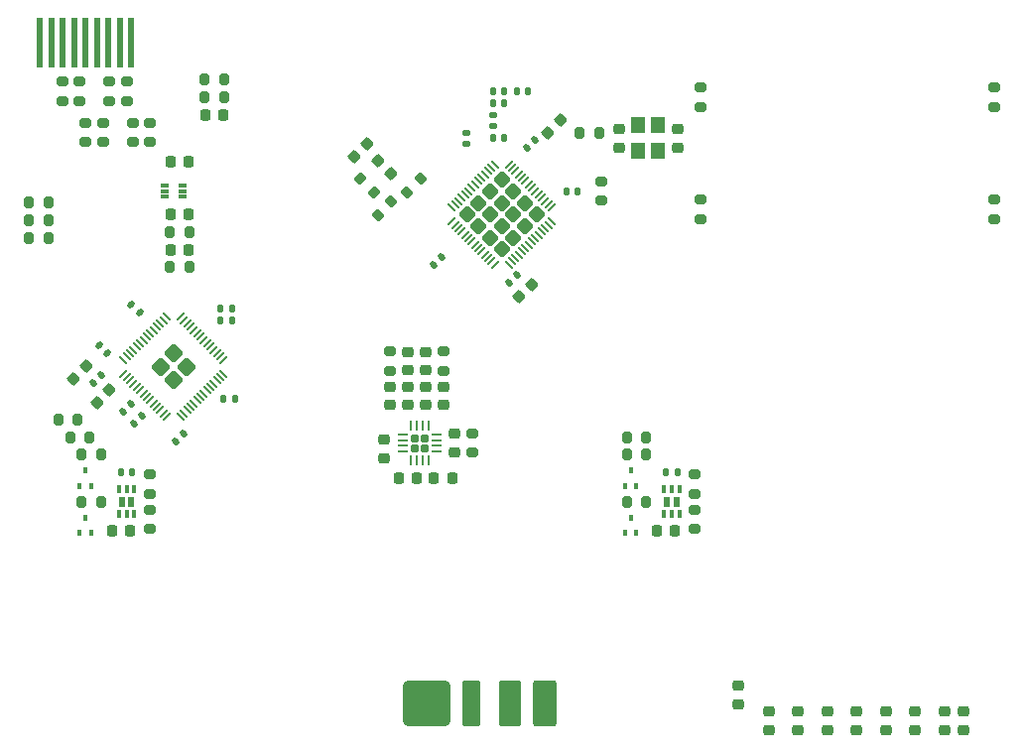
<source format=gtp>
%TF.GenerationSoftware,KiCad,Pcbnew,8.0.2*%
%TF.CreationDate,2024-05-28T21:16:17+01:00*%
%TF.ProjectId,RMC,524d432e-6b69-4636-9164-5f7063625858,rev?*%
%TF.SameCoordinates,Original*%
%TF.FileFunction,Paste,Top*%
%TF.FilePolarity,Positive*%
%FSLAX46Y46*%
G04 Gerber Fmt 4.6, Leading zero omitted, Abs format (unit mm)*
G04 Created by KiCad (PCBNEW 8.0.2) date 2024-05-28 21:16:17*
%MOMM*%
%LPD*%
G01*
G04 APERTURE LIST*
G04 Aperture macros list*
%AMRoundRect*
0 Rectangle with rounded corners*
0 $1 Rounding radius*
0 $2 $3 $4 $5 $6 $7 $8 $9 X,Y pos of 4 corners*
0 Add a 4 corners polygon primitive as box body*
4,1,4,$2,$3,$4,$5,$6,$7,$8,$9,$2,$3,0*
0 Add four circle primitives for the rounded corners*
1,1,$1+$1,$2,$3*
1,1,$1+$1,$4,$5*
1,1,$1+$1,$6,$7*
1,1,$1+$1,$8,$9*
0 Add four rect primitives between the rounded corners*
20,1,$1+$1,$2,$3,$4,$5,0*
20,1,$1+$1,$4,$5,$6,$7,0*
20,1,$1+$1,$6,$7,$8,$9,0*
20,1,$1+$1,$8,$9,$2,$3,0*%
G04 Aperture macros list end*
%ADD10RoundRect,0.225000X-0.250000X0.225000X-0.250000X-0.225000X0.250000X-0.225000X0.250000X0.225000X0*%
%ADD11RoundRect,0.200000X0.275000X-0.200000X0.275000X0.200000X-0.275000X0.200000X-0.275000X-0.200000X0*%
%ADD12R,0.630000X0.820000*%
%ADD13R,0.350000X0.650000*%
%ADD14RoundRect,0.140000X0.021213X-0.219203X0.219203X-0.021213X-0.021213X0.219203X-0.219203X0.021213X0*%
%ADD15RoundRect,0.200000X-0.275000X0.200000X-0.275000X-0.200000X0.275000X-0.200000X0.275000X0.200000X0*%
%ADD16RoundRect,0.225000X-0.017678X0.335876X-0.335876X0.017678X0.017678X-0.335876X0.335876X-0.017678X0*%
%ADD17RoundRect,0.225000X0.250000X-0.225000X0.250000X0.225000X-0.250000X0.225000X-0.250000X-0.225000X0*%
%ADD18RoundRect,0.225000X0.225000X0.250000X-0.225000X0.250000X-0.225000X-0.250000X0.225000X-0.250000X0*%
%ADD19RoundRect,0.200000X0.200000X0.275000X-0.200000X0.275000X-0.200000X-0.275000X0.200000X-0.275000X0*%
%ADD20RoundRect,0.140000X-0.140000X-0.170000X0.140000X-0.170000X0.140000X0.170000X-0.140000X0.170000X0*%
%ADD21RoundRect,0.100000X-0.100000X0.155000X-0.100000X-0.155000X0.100000X-0.155000X0.100000X0.155000X0*%
%ADD22RoundRect,0.200000X-0.200000X-0.275000X0.200000X-0.275000X0.200000X0.275000X-0.200000X0.275000X0*%
%ADD23RoundRect,0.225000X-0.335876X-0.017678X-0.017678X-0.335876X0.335876X0.017678X0.017678X0.335876X0*%
%ADD24RoundRect,0.140000X-0.021213X0.219203X-0.219203X0.021213X0.021213X-0.219203X0.219203X-0.021213X0*%
%ADD25RoundRect,0.200000X-0.053033X0.335876X-0.335876X0.053033X0.053033X-0.335876X0.335876X-0.053033X0*%
%ADD26RoundRect,0.249999X0.558616X0.000000X0.000000X0.558616X-0.558616X0.000000X0.000000X-0.558616X0*%
%ADD27RoundRect,0.050000X0.309359X-0.238649X-0.238649X0.309359X-0.309359X0.238649X0.238649X-0.309359X0*%
%ADD28RoundRect,0.050000X0.309359X0.238649X0.238649X0.309359X-0.309359X-0.238649X-0.238649X-0.309359X0*%
%ADD29RoundRect,0.140000X0.140000X0.170000X-0.140000X0.170000X-0.140000X-0.170000X0.140000X-0.170000X0*%
%ADD30RoundRect,0.140000X0.219203X0.021213X0.021213X0.219203X-0.219203X-0.021213X-0.021213X-0.219203X0*%
%ADD31RoundRect,0.172500X-0.172500X0.172500X-0.172500X-0.172500X0.172500X-0.172500X0.172500X0.172500X0*%
%ADD32RoundRect,0.062500X-0.062500X0.350000X-0.062500X-0.350000X0.062500X-0.350000X0.062500X0.350000X0*%
%ADD33RoundRect,0.062500X-0.350000X0.062500X-0.350000X-0.062500X0.350000X-0.062500X0.350000X0.062500X0*%
%ADD34RoundRect,0.200000X0.335876X0.053033X0.053033X0.335876X-0.335876X-0.053033X-0.053033X-0.335876X0*%
%ADD35RoundRect,0.140000X-0.170000X0.140000X-0.170000X-0.140000X0.170000X-0.140000X0.170000X0.140000X0*%
%ADD36RoundRect,0.225000X-0.225000X-0.250000X0.225000X-0.250000X0.225000X0.250000X-0.225000X0.250000X0*%
%ADD37RoundRect,0.085000X0.265000X0.085000X-0.265000X0.085000X-0.265000X-0.085000X0.265000X-0.085000X0*%
%ADD38RoundRect,0.250000X-0.445477X0.000000X0.000000X-0.445477X0.445477X0.000000X0.000000X0.445477X0*%
%ADD39RoundRect,0.050000X-0.309359X0.238649X0.238649X-0.309359X0.309359X-0.238649X-0.238649X0.309359X0*%
%ADD40RoundRect,0.050000X-0.309359X-0.238649X-0.238649X-0.309359X0.309359X0.238649X0.238649X0.309359X0*%
%ADD41R,1.200000X1.400000*%
%ADD42RoundRect,0.147500X-0.172500X0.147500X-0.172500X-0.147500X0.172500X-0.147500X0.172500X0.147500X0*%
%ADD43RoundRect,0.225000X0.017678X-0.335876X0.335876X-0.017678X-0.017678X0.335876X-0.335876X0.017678X0*%
%ADD44RoundRect,0.147500X0.147500X0.172500X-0.147500X0.172500X-0.147500X-0.172500X0.147500X-0.172500X0*%
%ADD45R,0.530000X4.300000*%
%ADD46RoundRect,0.160000X-0.640000X-1.790000X0.640000X-1.790000X0.640000X1.790000X-0.640000X1.790000X0*%
%ADD47RoundRect,0.190000X-0.760000X-1.760000X0.760000X-1.760000X0.760000X1.760000X-0.760000X1.760000X0*%
%ADD48RoundRect,0.200000X-0.800000X-1.750000X0.800000X-1.750000X0.800000X1.750000X-0.800000X1.750000X0*%
%ADD49RoundRect,0.390000X-1.610000X-1.560000X1.610000X-1.560000X1.610000X1.560000X-1.610000X1.560000X0*%
G04 APERTURE END LIST*
D10*
%TO.C,J8*%
X164275000Y-161475000D03*
X164275000Y-159925000D03*
X166725000Y-161475000D03*
X166725000Y-159925000D03*
X169275000Y-161475000D03*
X169275000Y-159925000D03*
X171725000Y-161475000D03*
X171725000Y-159925000D03*
X174275000Y-161475000D03*
X174275000Y-159925000D03*
X176725000Y-161475000D03*
X176725000Y-159925000D03*
X179275000Y-161475000D03*
X179275000Y-159925000D03*
X180875000Y-161475000D03*
X180875000Y-159925000D03*
X161725000Y-159275000D03*
X161725000Y-157725000D03*
%TD*%
D11*
%TO.C,R14*%
X109500000Y-107825000D03*
X109500000Y-106175000D03*
%TD*%
%TO.C,R18*%
X107500000Y-111325000D03*
X107500000Y-109675000D03*
%TD*%
D12*
%TO.C,U4*%
X109100000Y-142000000D03*
X109900000Y-142000000D03*
D13*
X108850000Y-143050000D03*
X109500000Y-143050000D03*
X110150000Y-143050000D03*
X110150000Y-140950000D03*
X109500000Y-140950000D03*
X108850000Y-140950000D03*
%TD*%
D11*
%TO.C,R23*%
X104000000Y-107825000D03*
X104000000Y-106175000D03*
%TD*%
%TO.C,R28*%
X111500000Y-144325000D03*
X111500000Y-142675000D03*
%TD*%
D14*
%TO.C,C21*%
X135660589Y-121839411D03*
X136339411Y-121160589D03*
%TD*%
D15*
%TO.C,R20*%
X183550000Y-116250000D03*
X183550000Y-117900000D03*
%TD*%
D10*
%TO.C,C38*%
X135000000Y-132225000D03*
X135000000Y-133775000D03*
%TD*%
D16*
%TO.C,C27*%
X130048008Y-111451992D03*
X128951992Y-112548008D03*
%TD*%
D17*
%TO.C,C48*%
X169275000Y-161475000D03*
X169275000Y-159925000D03*
%TD*%
D11*
%TO.C,R11*%
X158450000Y-108325000D03*
X158450000Y-106675000D03*
%TD*%
D17*
%TO.C,C50*%
X174275000Y-161475000D03*
X174275000Y-159925000D03*
%TD*%
D18*
%TO.C,C4*%
X114775000Y-117500000D03*
X113225000Y-117500000D03*
%TD*%
D17*
%TO.C,C53*%
X180875000Y-161475000D03*
X180875000Y-159925000D03*
%TD*%
D19*
%TO.C,R2*%
X117825000Y-106000000D03*
X116175000Y-106000000D03*
%TD*%
D20*
%TO.C,C25*%
X140770000Y-108000000D03*
X141730000Y-108000000D03*
%TD*%
D21*
%TO.C,Q2*%
X152000000Y-140645000D03*
X153000000Y-140645000D03*
X152500000Y-139355000D03*
%TD*%
%TO.C,Q1*%
X105500000Y-140645000D03*
X106500000Y-140645000D03*
X106000000Y-139355000D03*
%TD*%
D18*
%TO.C,C2*%
X114775000Y-113000000D03*
X113225000Y-113000000D03*
%TD*%
D10*
%TO.C,C39*%
X133500000Y-132225000D03*
X133500000Y-133775000D03*
%TD*%
D22*
%TO.C,R21*%
X152175000Y-136500000D03*
X153825000Y-136500000D03*
%TD*%
D23*
%TO.C,C20*%
X130951992Y-112951992D03*
X132048008Y-114048008D03*
%TD*%
D20*
%TO.C,C26*%
X140770000Y-111000000D03*
X141730000Y-111000000D03*
%TD*%
D10*
%TO.C,C35*%
X137500000Y-136225000D03*
X137500000Y-137775000D03*
%TD*%
D18*
%TO.C,C3*%
X114775000Y-120500000D03*
X113225000Y-120500000D03*
%TD*%
D24*
%TO.C,C6*%
X110839411Y-134660589D03*
X110160589Y-135339411D03*
%TD*%
D17*
%TO.C,C47*%
X166725000Y-161475000D03*
X166725000Y-159925000D03*
%TD*%
D20*
%TO.C,C12*%
X117770000Y-133250000D03*
X118730000Y-133250000D03*
%TD*%
D21*
%TO.C,Q3*%
X105500000Y-144645000D03*
X106500000Y-144645000D03*
X106000000Y-143355000D03*
%TD*%
D15*
%TO.C,R16*%
X158450000Y-116250000D03*
X158450000Y-117900000D03*
%TD*%
D17*
%TO.C,C52*%
X179275000Y-161475000D03*
X179275000Y-159925000D03*
%TD*%
D25*
%TO.C,R9*%
X134583363Y-114416637D03*
X133416637Y-115583363D03*
%TD*%
D20*
%TO.C,C5*%
X117520000Y-125500000D03*
X118480000Y-125500000D03*
%TD*%
D24*
%TO.C,C9*%
X107339411Y-131160589D03*
X106660589Y-131839411D03*
%TD*%
D17*
%TO.C,C49*%
X171725000Y-161475000D03*
X171725000Y-159925000D03*
%TD*%
%TO.C,C46*%
X164275000Y-161475000D03*
X164275000Y-159925000D03*
%TD*%
D26*
%TO.C,U2*%
X113500000Y-131631371D03*
X114631371Y-130500000D03*
X112368629Y-130500000D03*
X113500000Y-129368629D03*
D27*
X114092202Y-134769157D03*
X114375045Y-134486314D03*
X114657887Y-134203472D03*
X114940730Y-133920629D03*
X115223573Y-133637786D03*
X115506415Y-133354944D03*
X115789258Y-133072101D03*
X116072101Y-132789258D03*
X116354944Y-132506415D03*
X116637786Y-132223573D03*
X116920629Y-131940730D03*
X117203472Y-131657887D03*
X117486314Y-131375045D03*
X117769157Y-131092202D03*
D28*
X117769157Y-129907798D03*
X117486314Y-129624955D03*
X117203472Y-129342113D03*
X116920629Y-129059270D03*
X116637786Y-128776427D03*
X116354944Y-128493585D03*
X116072101Y-128210742D03*
X115789258Y-127927899D03*
X115506415Y-127645056D03*
X115223573Y-127362214D03*
X114940730Y-127079371D03*
X114657887Y-126796528D03*
X114375045Y-126513686D03*
X114092202Y-126230843D03*
D27*
X112907798Y-126230843D03*
X112624955Y-126513686D03*
X112342113Y-126796528D03*
X112059270Y-127079371D03*
X111776427Y-127362214D03*
X111493585Y-127645056D03*
X111210742Y-127927899D03*
X110927899Y-128210742D03*
X110645056Y-128493585D03*
X110362214Y-128776427D03*
X110079371Y-129059270D03*
X109796528Y-129342113D03*
X109513686Y-129624955D03*
X109230843Y-129907798D03*
D28*
X109230843Y-131092202D03*
X109513686Y-131375045D03*
X109796528Y-131657887D03*
X110079371Y-131940730D03*
X110362214Y-132223573D03*
X110645056Y-132506415D03*
X110927899Y-132789258D03*
X111210742Y-133072101D03*
X111493585Y-133354944D03*
X111776427Y-133637786D03*
X112059270Y-133920629D03*
X112342113Y-134203472D03*
X112624955Y-134486314D03*
X112907798Y-134769157D03*
%TD*%
D20*
%TO.C,C13*%
X117520000Y-126500000D03*
X118480000Y-126500000D03*
%TD*%
D18*
%TO.C,C31*%
X109775000Y-144500000D03*
X108225000Y-144500000D03*
%TD*%
D15*
%TO.C,R35*%
X136500000Y-129175000D03*
X136500000Y-130825000D03*
%TD*%
D22*
%TO.C,R4*%
X113175000Y-122000000D03*
X114825000Y-122000000D03*
%TD*%
D11*
%TO.C,R19*%
X106000000Y-111325000D03*
X106000000Y-109675000D03*
%TD*%
D29*
%TO.C,C22*%
X147980000Y-115500000D03*
X147020000Y-115500000D03*
%TD*%
D22*
%TO.C,R6*%
X104675000Y-136500000D03*
X106325000Y-136500000D03*
%TD*%
D11*
%TO.C,R29*%
X158000000Y-141325000D03*
X158000000Y-139675000D03*
%TD*%
D30*
%TO.C,C15*%
X107839411Y-129339411D03*
X107160589Y-128660589D03*
%TD*%
D17*
%TO.C,C30*%
X151500000Y-111775000D03*
X151500000Y-110225000D03*
%TD*%
D31*
%TO.C,U6*%
X134925000Y-136575000D03*
X134075000Y-136575000D03*
X134925000Y-137425000D03*
X134075000Y-137425000D03*
D32*
X135250000Y-135537500D03*
X134750000Y-135537500D03*
X134250000Y-135537500D03*
X133750000Y-135537500D03*
D33*
X133037500Y-136250000D03*
X133037500Y-136750000D03*
X133037500Y-137250000D03*
X133037500Y-137750000D03*
D32*
X133750000Y-138462500D03*
X134250000Y-138462500D03*
X134750000Y-138462500D03*
X135250000Y-138462500D03*
D33*
X135962500Y-137750000D03*
X135962500Y-137250000D03*
X135962500Y-136750000D03*
X135962500Y-136250000D03*
%TD*%
D10*
%TO.C,C29*%
X156500000Y-110225000D03*
X156500000Y-111775000D03*
%TD*%
D11*
%TO.C,R15*%
X183550000Y-108325000D03*
X183550000Y-106675000D03*
%TD*%
D15*
%TO.C,R5*%
X150000000Y-114675000D03*
X150000000Y-116325000D03*
%TD*%
D11*
%TO.C,R22*%
X105500000Y-107825000D03*
X105500000Y-106175000D03*
%TD*%
D10*
%TO.C,C43*%
X131500000Y-136725000D03*
X131500000Y-138275000D03*
%TD*%
D15*
%TO.C,R37*%
X139000000Y-136175000D03*
X139000000Y-137825000D03*
%TD*%
D17*
%TO.C,C45*%
X161725000Y-159275000D03*
X161725000Y-157725000D03*
%TD*%
D11*
%TO.C,R30*%
X158000000Y-144325000D03*
X158000000Y-142675000D03*
%TD*%
D34*
%TO.C,R38*%
X130583363Y-115583363D03*
X129416637Y-114416637D03*
%TD*%
D10*
%TO.C,C41*%
X133500000Y-129225000D03*
X133500000Y-130775000D03*
%TD*%
D22*
%TO.C,R7*%
X103675000Y-135000000D03*
X105325000Y-135000000D03*
%TD*%
D11*
%TO.C,R13*%
X110000000Y-111325000D03*
X110000000Y-109675000D03*
%TD*%
D35*
%TO.C,C18*%
X138500000Y-110520000D03*
X138500000Y-111480000D03*
%TD*%
D21*
%TO.C,Q4*%
X152000000Y-144645000D03*
X153000000Y-144645000D03*
X152500000Y-143355000D03*
%TD*%
D14*
%TO.C,C16*%
X142160589Y-123339411D03*
X142839411Y-122660589D03*
%TD*%
D36*
%TO.C,C42*%
X132725000Y-140000000D03*
X134275000Y-140000000D03*
%TD*%
D18*
%TO.C,C32*%
X156275000Y-144500000D03*
X154725000Y-144500000D03*
%TD*%
D12*
%TO.C,U5*%
X155600000Y-142000000D03*
X156400000Y-142000000D03*
D13*
X155350000Y-143050000D03*
X156000000Y-143050000D03*
X156650000Y-143050000D03*
X156650000Y-140950000D03*
X156000000Y-140950000D03*
X155350000Y-140950000D03*
%TD*%
D20*
%TO.C,C33*%
X109020000Y-139500000D03*
X109980000Y-139500000D03*
%TD*%
D24*
%TO.C,C10*%
X109839411Y-133660589D03*
X109160589Y-134339411D03*
%TD*%
D11*
%TO.C,R27*%
X111500000Y-141325000D03*
X111500000Y-139675000D03*
%TD*%
D10*
%TO.C,C40*%
X132000000Y-132225000D03*
X132000000Y-133775000D03*
%TD*%
D19*
%TO.C,R1*%
X117825000Y-107500000D03*
X116175000Y-107500000D03*
%TD*%
D37*
%TO.C,U1*%
X114250000Y-116000000D03*
X114250000Y-115500000D03*
X114250000Y-115000000D03*
X112750000Y-115000000D03*
X112750000Y-115500000D03*
X112750000Y-116000000D03*
%TD*%
D17*
%TO.C,C51*%
X176725000Y-161475000D03*
X176725000Y-159925000D03*
%TD*%
D38*
%TO.C,U3*%
X141500000Y-114530152D03*
X140510051Y-115520101D03*
X139520101Y-116510051D03*
X138530152Y-117500000D03*
X142489949Y-115520101D03*
X141500000Y-116510051D03*
X140510051Y-117500000D03*
X139520101Y-118489949D03*
X143479899Y-116510051D03*
X142489949Y-117500000D03*
X141500000Y-118489949D03*
X140510051Y-119479899D03*
X144469848Y-117500000D03*
X143479899Y-118489949D03*
X142489949Y-119479899D03*
X141500000Y-120469848D03*
D39*
X140907798Y-113230843D03*
X140624955Y-113513686D03*
X140342113Y-113796528D03*
X140059270Y-114079371D03*
X139776427Y-114362214D03*
X139493585Y-114645056D03*
X139210742Y-114927899D03*
X138927899Y-115210742D03*
X138645056Y-115493585D03*
X138362214Y-115776427D03*
X138079371Y-116059270D03*
X137796528Y-116342113D03*
X137513686Y-116624955D03*
X137230843Y-116907798D03*
D40*
X137230843Y-118092202D03*
X137513686Y-118375045D03*
X137796528Y-118657887D03*
X138079371Y-118940730D03*
X138362214Y-119223573D03*
X138645056Y-119506415D03*
X138927899Y-119789258D03*
X139210742Y-120072101D03*
X139493585Y-120354944D03*
X139776427Y-120637786D03*
X140059270Y-120920629D03*
X140342113Y-121203472D03*
X140624955Y-121486314D03*
X140907798Y-121769157D03*
D39*
X142092202Y-121769157D03*
X142375045Y-121486314D03*
X142657887Y-121203472D03*
X142940730Y-120920629D03*
X143223573Y-120637786D03*
X143506415Y-120354944D03*
X143789258Y-120072101D03*
X144072101Y-119789258D03*
X144354944Y-119506415D03*
X144637786Y-119223573D03*
X144920629Y-118940730D03*
X145203472Y-118657887D03*
X145486314Y-118375045D03*
X145769157Y-118092202D03*
D40*
X145769157Y-116907798D03*
X145486314Y-116624955D03*
X145203472Y-116342113D03*
X144920629Y-116059270D03*
X144637786Y-115776427D03*
X144354944Y-115493585D03*
X144072101Y-115210742D03*
X143789258Y-114927899D03*
X143506415Y-114645056D03*
X143223573Y-114362214D03*
X142940730Y-114079371D03*
X142657887Y-113796528D03*
X142375045Y-113513686D03*
X142092202Y-113230843D03*
%TD*%
D20*
%TO.C,C34*%
X155520000Y-139500000D03*
X156480000Y-139500000D03*
%TD*%
D22*
%TO.C,R34*%
X152175000Y-142000000D03*
X153825000Y-142000000D03*
%TD*%
D18*
%TO.C,C44*%
X137275000Y-140000000D03*
X135725000Y-140000000D03*
%TD*%
D19*
%TO.C,R24*%
X102825000Y-118000000D03*
X101175000Y-118000000D03*
%TD*%
D24*
%TO.C,C23*%
X144339411Y-111160589D03*
X143660589Y-111839411D03*
%TD*%
D16*
%TO.C,C24*%
X146548008Y-109451992D03*
X145451992Y-110548008D03*
%TD*%
%TO.C,C7*%
X108048008Y-132451992D03*
X106951992Y-133548008D03*
%TD*%
D22*
%TO.C,R31*%
X105675000Y-138000000D03*
X107325000Y-138000000D03*
%TD*%
D20*
%TO.C,C28*%
X142770000Y-107000000D03*
X143730000Y-107000000D03*
%TD*%
D41*
%TO.C,Y1*%
X153150000Y-109900000D03*
X153150000Y-112100000D03*
X154850000Y-112100000D03*
X154850000Y-109900000D03*
%TD*%
D19*
%TO.C,R3*%
X114825000Y-119000000D03*
X113175000Y-119000000D03*
%TD*%
%TO.C,R25*%
X102825000Y-119500000D03*
X101175000Y-119500000D03*
%TD*%
%TO.C,R26*%
X102825000Y-116500000D03*
X101175000Y-116500000D03*
%TD*%
D42*
%TO.C,L2*%
X140750000Y-109015000D03*
X140750000Y-109985000D03*
%TD*%
D43*
%TO.C,C17*%
X142951992Y-124548008D03*
X144048008Y-123451992D03*
%TD*%
D24*
%TO.C,C11*%
X114339411Y-136160589D03*
X113660589Y-136839411D03*
%TD*%
D44*
%TO.C,L3*%
X141735000Y-107000000D03*
X140765000Y-107000000D03*
%TD*%
D36*
%TO.C,C1*%
X116225000Y-109000000D03*
X117775000Y-109000000D03*
%TD*%
D17*
%TO.C,C36*%
X135000000Y-130775000D03*
X135000000Y-129225000D03*
%TD*%
D22*
%TO.C,R33*%
X105675000Y-142000000D03*
X107325000Y-142000000D03*
%TD*%
D15*
%TO.C,R36*%
X132000000Y-129175000D03*
X132000000Y-130825000D03*
%TD*%
D22*
%TO.C,R32*%
X152175000Y-138000000D03*
X153825000Y-138000000D03*
%TD*%
D11*
%TO.C,R12*%
X111500000Y-111325000D03*
X111500000Y-109675000D03*
%TD*%
%TO.C,R17*%
X108000000Y-107825000D03*
X108000000Y-106175000D03*
%TD*%
D25*
%TO.C,R8*%
X132083363Y-116416637D03*
X130916637Y-117583363D03*
%TD*%
D10*
%TO.C,C37*%
X136500000Y-132225000D03*
X136500000Y-133775000D03*
%TD*%
D19*
%TO.C,R10*%
X149825000Y-110500000D03*
X148175000Y-110500000D03*
%TD*%
D43*
%TO.C,C8*%
X104951992Y-131548008D03*
X106048008Y-130451992D03*
%TD*%
D30*
%TO.C,C14*%
X110589411Y-125839411D03*
X109910589Y-125160589D03*
%TD*%
D45*
%TO.C,J3*%
X109880000Y-102849545D03*
X108910000Y-102849545D03*
X107940000Y-102849545D03*
X106970000Y-102849545D03*
X106000000Y-102849545D03*
X105030000Y-102849545D03*
X104060000Y-102849545D03*
X103090000Y-102849545D03*
X102120000Y-102849545D03*
%TD*%
D46*
%TO.C,J9*%
X138900000Y-159250000D03*
D47*
X142250000Y-159250000D03*
D48*
X145200000Y-159250000D03*
D49*
X135100000Y-159250000D03*
%TD*%
M02*

</source>
